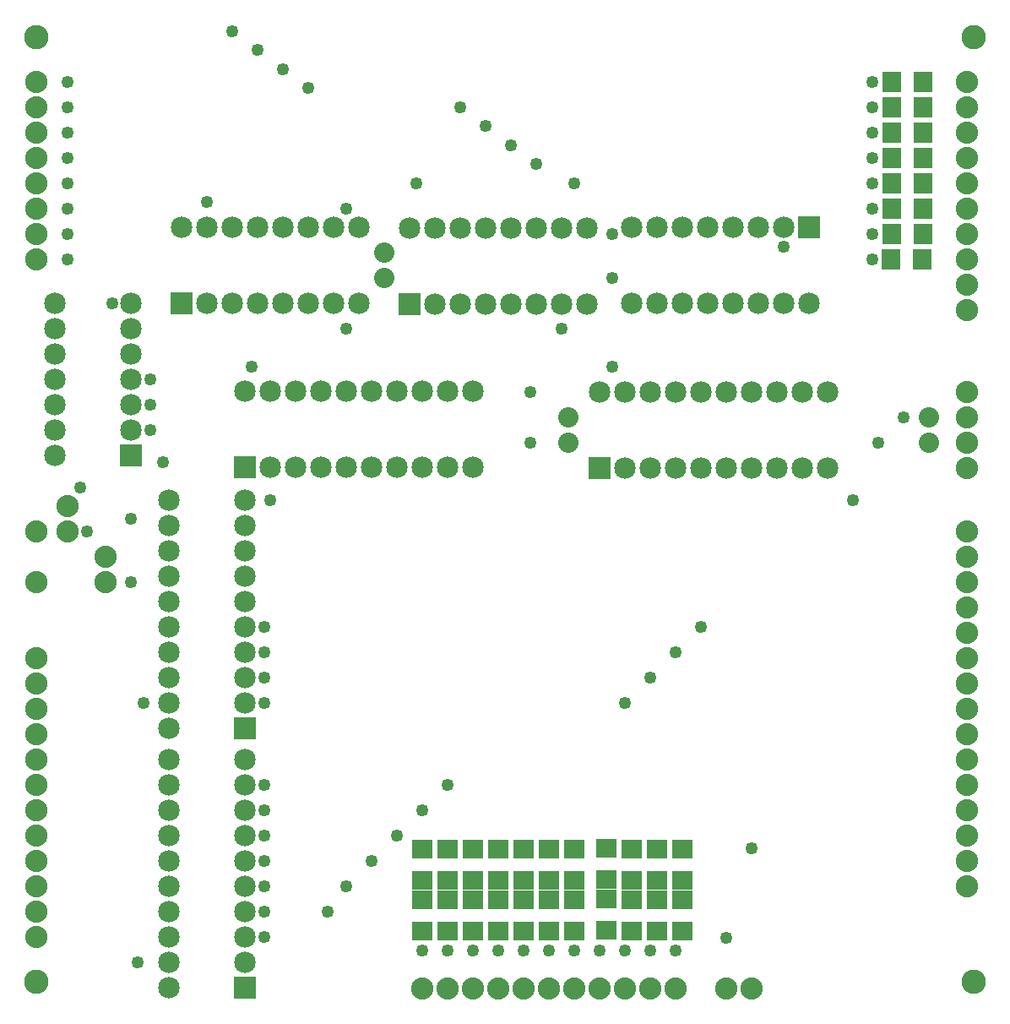
<source format=gts>
G04 MADE WITH FRITZING*
G04 WWW.FRITZING.ORG*
G04 DOUBLE SIDED*
G04 HOLES PLATED*
G04 CONTOUR ON CENTER OF CONTOUR VECTOR*
%ASAXBY*%
%FSLAX23Y23*%
%MOIN*%
%OFA0B0*%
%SFA1.0B1.0*%
%ADD10C,0.049370*%
%ADD11C,0.096614*%
%ADD12C,0.080000*%
%ADD13C,0.088000*%
%ADD14C,0.085000*%
%ADD15R,0.084803X0.072992*%
%ADD16R,0.072992X0.084803*%
%ADD17R,0.085000X0.085000*%
%LNMASK1*%
G90*
G70*
G54D10*
X419Y2781D03*
X294Y2056D03*
X244Y3656D03*
X893Y3856D03*
X994Y3781D03*
X1094Y3706D03*
X1194Y3631D03*
X1794Y3556D03*
X1894Y3481D03*
X1994Y3406D03*
X2094Y3331D03*
X244Y3556D03*
X244Y3456D03*
X244Y3356D03*
X244Y3256D03*
X244Y3156D03*
X244Y3056D03*
X244Y2956D03*
X3444Y2231D03*
X1019Y1206D03*
X1019Y1306D03*
X1019Y1406D03*
X1019Y1506D03*
X1019Y281D03*
X1019Y381D03*
X1019Y481D03*
X1019Y581D03*
X1019Y681D03*
X1019Y781D03*
X1019Y881D03*
G54D11*
X3819Y106D03*
X119Y106D03*
X3819Y3831D03*
X119Y3831D03*
G54D10*
X2644Y228D03*
X2544Y228D03*
X2444Y228D03*
X2344Y228D03*
X2244Y228D03*
X2144Y228D03*
X2044Y228D03*
X1944Y228D03*
X1844Y228D03*
X1744Y228D03*
X1644Y228D03*
X2944Y631D03*
G54D12*
X1494Y2880D03*
X1494Y2981D03*
G54D13*
X119Y1381D03*
X119Y1281D03*
X119Y1181D03*
X119Y1081D03*
X119Y981D03*
X119Y881D03*
X119Y781D03*
X119Y681D03*
X119Y581D03*
X119Y481D03*
X119Y381D03*
X119Y281D03*
G54D10*
X2744Y1506D03*
X2644Y1406D03*
X2544Y1306D03*
X2444Y1206D03*
X1269Y381D03*
X1344Y481D03*
X1444Y581D03*
X1544Y681D03*
X1644Y781D03*
X1744Y881D03*
X494Y1681D03*
X519Y181D03*
X544Y1206D03*
X969Y2531D03*
X2394Y2531D03*
X494Y1931D03*
X1044Y2006D03*
X569Y2381D03*
X1344Y2681D03*
X2194Y2681D03*
X1344Y3156D03*
X2244Y3256D03*
X569Y2481D03*
X3069Y3006D03*
X2394Y2881D03*
X2393Y3053D03*
X1618Y3253D03*
X794Y3181D03*
G54D13*
X3794Y2131D03*
X3794Y2431D03*
X3794Y2231D03*
X3794Y2331D03*
X2844Y78D03*
X2944Y78D03*
G54D10*
X2844Y278D03*
X3544Y2331D03*
G54D12*
X2219Y2230D03*
X2219Y2331D03*
X3644Y2230D03*
X3644Y2331D03*
G54D10*
X3419Y2956D03*
X3419Y3056D03*
X3419Y3156D03*
X3419Y3256D03*
X3419Y3356D03*
X3419Y3456D03*
X3419Y3656D03*
X3419Y3556D03*
X3344Y2006D03*
G54D14*
X2344Y2131D03*
X2344Y2431D03*
X2444Y2131D03*
X2444Y2431D03*
X2544Y2131D03*
X2544Y2431D03*
X2644Y2131D03*
X2644Y2431D03*
X2744Y2131D03*
X2744Y2431D03*
X2844Y2131D03*
X2844Y2431D03*
X2944Y2131D03*
X2944Y2431D03*
X3044Y2131D03*
X3044Y2431D03*
X3144Y2131D03*
X3144Y2431D03*
X3244Y2131D03*
X3244Y2431D03*
X943Y2133D03*
X943Y2433D03*
X1043Y2133D03*
X1043Y2433D03*
X1143Y2133D03*
X1143Y2433D03*
X1243Y2133D03*
X1243Y2433D03*
X1343Y2133D03*
X1343Y2433D03*
X1443Y2133D03*
X1443Y2433D03*
X1543Y2133D03*
X1543Y2433D03*
X1643Y2133D03*
X1643Y2433D03*
X1743Y2133D03*
X1743Y2433D03*
X1843Y2133D03*
X1843Y2433D03*
X944Y81D03*
X644Y81D03*
X944Y181D03*
X644Y181D03*
X944Y281D03*
X644Y281D03*
X944Y381D03*
X644Y381D03*
X944Y481D03*
X644Y481D03*
X944Y581D03*
X644Y581D03*
X944Y681D03*
X644Y681D03*
X944Y781D03*
X644Y781D03*
X944Y881D03*
X644Y881D03*
X944Y981D03*
X644Y981D03*
X944Y1106D03*
X644Y1106D03*
X944Y1206D03*
X644Y1206D03*
X944Y1306D03*
X644Y1306D03*
X944Y1406D03*
X644Y1406D03*
X944Y1506D03*
X644Y1506D03*
X944Y1606D03*
X644Y1606D03*
X944Y1706D03*
X644Y1706D03*
X944Y1806D03*
X644Y1806D03*
X944Y1906D03*
X644Y1906D03*
X944Y2006D03*
X644Y2006D03*
G54D13*
X1644Y78D03*
X1744Y78D03*
X1844Y78D03*
X1944Y78D03*
X2044Y78D03*
X2144Y78D03*
X2244Y78D03*
X2344Y78D03*
X2444Y78D03*
X2544Y78D03*
X2644Y78D03*
X3794Y1881D03*
X3794Y1781D03*
X3794Y1681D03*
X3794Y1581D03*
X3794Y1481D03*
X3794Y1381D03*
X3794Y1281D03*
X3794Y1181D03*
X3794Y1081D03*
X3794Y981D03*
X3794Y881D03*
X3794Y781D03*
X3794Y681D03*
X3794Y581D03*
X3794Y481D03*
X119Y1881D03*
X3794Y2756D03*
X3794Y2856D03*
G54D14*
X3169Y3081D03*
X3169Y2781D03*
X3069Y3081D03*
X3069Y2781D03*
X2969Y3081D03*
X2969Y2781D03*
X2869Y3081D03*
X2869Y2781D03*
X2769Y3081D03*
X2769Y2781D03*
X2669Y3081D03*
X2669Y2781D03*
X2569Y3081D03*
X2569Y2781D03*
X2469Y3081D03*
X2469Y2781D03*
X694Y2781D03*
X694Y3081D03*
X794Y2781D03*
X794Y3081D03*
X894Y2781D03*
X894Y3081D03*
X994Y2781D03*
X994Y3081D03*
X1094Y2781D03*
X1094Y3081D03*
X1194Y2781D03*
X1194Y3081D03*
X1294Y2781D03*
X1294Y3081D03*
X1394Y2781D03*
X1394Y3081D03*
X1593Y2778D03*
X1593Y3078D03*
X1693Y2778D03*
X1693Y3078D03*
X1793Y2778D03*
X1793Y3078D03*
X1893Y2778D03*
X1893Y3078D03*
X1993Y2778D03*
X1993Y3078D03*
X2093Y2778D03*
X2093Y3078D03*
X2193Y2778D03*
X2193Y3078D03*
X2293Y2778D03*
X2293Y3078D03*
G54D13*
X119Y2956D03*
X119Y3056D03*
X119Y3156D03*
X119Y3256D03*
X119Y3356D03*
X119Y3456D03*
X119Y3556D03*
X119Y3656D03*
X3794Y2956D03*
X3794Y3056D03*
X3794Y3156D03*
X3794Y3256D03*
X3794Y3356D03*
X3794Y3456D03*
X3794Y3556D03*
X3794Y3656D03*
X244Y1981D03*
X244Y1881D03*
X394Y1781D03*
X394Y1681D03*
X119Y1681D03*
G54D14*
X494Y2181D03*
X194Y2181D03*
X494Y2281D03*
X194Y2281D03*
X494Y2381D03*
X194Y2381D03*
X494Y2481D03*
X194Y2481D03*
X494Y2581D03*
X194Y2581D03*
X494Y2681D03*
X194Y2681D03*
X494Y2781D03*
X194Y2781D03*
G54D10*
X2069Y2231D03*
X2069Y2431D03*
X569Y2281D03*
X319Y1881D03*
X619Y2156D03*
G54D15*
X1944Y306D03*
X1944Y428D03*
X1744Y306D03*
X1744Y428D03*
X1844Y306D03*
X1844Y428D03*
X1644Y306D03*
X1644Y428D03*
X2469Y306D03*
X2469Y428D03*
X2569Y306D03*
X2569Y428D03*
X2669Y306D03*
X2669Y428D03*
X2144Y306D03*
X2144Y428D03*
X2044Y306D03*
X2044Y428D03*
X2368Y309D03*
X2368Y431D03*
X2244Y306D03*
X2244Y428D03*
X1944Y506D03*
X1944Y628D03*
X1644Y506D03*
X1644Y628D03*
X1744Y506D03*
X1744Y628D03*
X1844Y506D03*
X1844Y628D03*
X2469Y506D03*
X2469Y628D03*
X2569Y506D03*
X2569Y628D03*
G54D16*
X3494Y2956D03*
X3616Y2956D03*
X3497Y3056D03*
X3619Y3056D03*
X3497Y3156D03*
X3619Y3156D03*
X3497Y3256D03*
X3619Y3256D03*
X3497Y3356D03*
X3619Y3356D03*
X3497Y3456D03*
X3619Y3456D03*
X3497Y3556D03*
X3619Y3556D03*
X3497Y3656D03*
X3619Y3656D03*
G54D15*
X2669Y506D03*
X2669Y628D03*
X2144Y506D03*
X2144Y628D03*
X2044Y506D03*
X2044Y628D03*
X2368Y509D03*
X2368Y631D03*
X2244Y506D03*
X2244Y628D03*
G54D17*
X2344Y2131D03*
X943Y2133D03*
X944Y81D03*
X944Y1106D03*
X3169Y3081D03*
X694Y2781D03*
X1593Y2778D03*
X494Y2181D03*
G04 End of Mask1*
M02*
</source>
